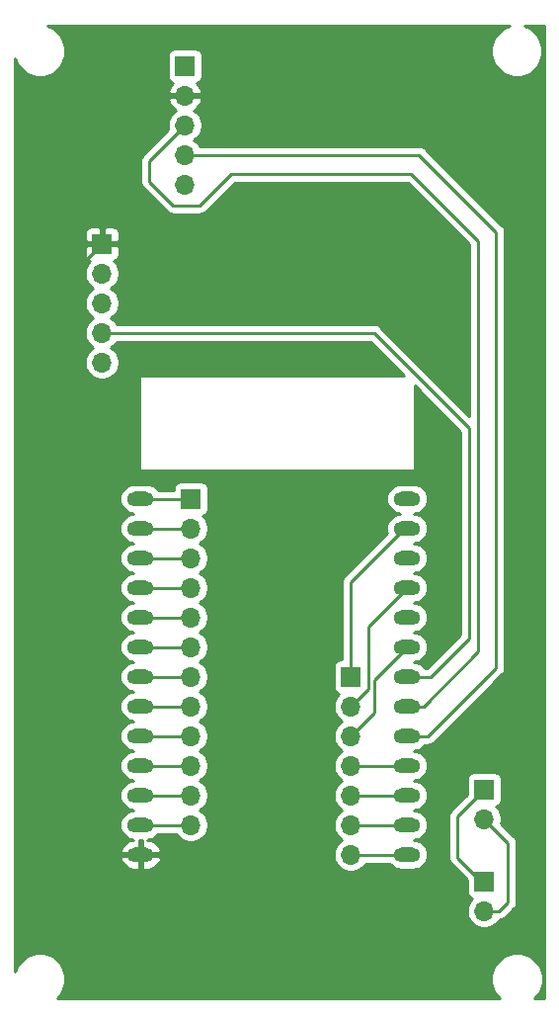
<source format=gbr>
%TF.GenerationSoftware,KiCad,Pcbnew,(5.1.6)-1*%
%TF.CreationDate,2021-04-30T10:44:39-04:00*%
%TF.ProjectId,Engine_Doctor_v0.1,456e6769-6e65-45f4-946f-63746f725f76,rev?*%
%TF.SameCoordinates,Original*%
%TF.FileFunction,Copper,L1,Top*%
%TF.FilePolarity,Positive*%
%FSLAX46Y46*%
G04 Gerber Fmt 4.6, Leading zero omitted, Abs format (unit mm)*
G04 Created by KiCad (PCBNEW (5.1.6)-1) date 2021-04-30 10:44:39*
%MOMM*%
%LPD*%
G01*
G04 APERTURE LIST*
%TA.AperFunction,ComponentPad*%
%ADD10O,1.700000X1.700000*%
%TD*%
%TA.AperFunction,ComponentPad*%
%ADD11R,1.700000X1.700000*%
%TD*%
%TA.AperFunction,ComponentPad*%
%ADD12O,2.286000X1.270000*%
%TD*%
%TA.AperFunction,Conductor*%
%ADD13C,0.250000*%
%TD*%
%TA.AperFunction,Conductor*%
%ADD14C,0.254000*%
%TD*%
G04 APERTURE END LIST*
D10*
%TO.P,J2,5*%
%TO.N,Net-(J2-Pad5)*%
X193294000Y-90424000D03*
%TO.P,J2,4*%
%TO.N,SDA*%
X193294000Y-87884000D03*
%TO.P,J2,3*%
%TO.N,SCL*%
X193294000Y-85344000D03*
%TO.P,J2,2*%
%TO.N,GND*%
X193294000Y-82804000D03*
D11*
%TO.P,J2,1*%
%TO.N,3v3*%
X193294000Y-80264000D03*
%TD*%
D12*
%TO.P,U1,7*%
%TO.N,S33*%
X189484000Y-132588000D03*
%TO.P,U1,20*%
%TO.N,CS*%
X212344000Y-132588000D03*
%TO.P,U1,6*%
%TO.N,S32*%
X189484000Y-130048000D03*
%TO.P,U1,5*%
%TO.N,S35*%
X189484000Y-127508000D03*
%TO.P,U1,4*%
%TO.N,S34*%
X189484000Y-124968000D03*
%TO.P,U1,3*%
%TO.N,SEN*%
X189484000Y-122428000D03*
%TO.P,U1,2*%
%TO.N,SVN*%
X189484000Y-119888000D03*
%TO.P,U1,1*%
%TO.N,SVP*%
X189484000Y-117348000D03*
%TO.P,U1,21*%
%TO.N,S5*%
X212344000Y-130048000D03*
%TO.P,U1,22*%
%TO.N,SCK*%
X212344000Y-127508000D03*
%TO.P,U1,23*%
%TO.N,S23*%
X212344000Y-124968000D03*
%TO.P,U1,24*%
%TO.N,SO*%
X212344000Y-122428000D03*
%TO.P,U1,25*%
%TO.N,S22*%
X212344000Y-119888000D03*
%TO.P,U1,26*%
%TO.N,3v3*%
X212344000Y-117348000D03*
%TO.P,U1,19*%
%TO.N,SCL*%
X212344000Y-135128000D03*
%TO.P,U1,18*%
%TO.N,SDA*%
X212344000Y-137668000D03*
%TO.P,U1,17*%
%TO.N,S0*%
X212344000Y-140208000D03*
%TO.P,U1,16*%
%TO.N,S2*%
X212344000Y-142748000D03*
%TO.P,U1,15*%
%TO.N,S15*%
X212344000Y-145288000D03*
%TO.P,U1,14*%
%TO.N,S13*%
X212344000Y-147828000D03*
%TO.P,U1,8*%
%TO.N,S25*%
X189484000Y-135128000D03*
%TO.P,U1,9*%
%TO.N,S26*%
X189484000Y-137668000D03*
%TO.P,U1,10*%
%TO.N,S27*%
X189484000Y-140208000D03*
%TO.P,U1,11*%
%TO.N,S14*%
X189484000Y-142748000D03*
%TO.P,U1,12*%
%TO.N,S12*%
X189484000Y-145288000D03*
%TO.P,U1,13*%
%TO.N,GND*%
X189484000Y-147828000D03*
%TD*%
D11*
%TO.P,J1,1*%
%TO.N,GND*%
X186182000Y-95504000D03*
D10*
%TO.P,J1,2*%
%TO.N,3v3*%
X186182000Y-98044000D03*
%TO.P,J1,3*%
%TO.N,SCK*%
X186182000Y-100584000D03*
%TO.P,J1,4*%
%TO.N,CS*%
X186182000Y-103124000D03*
%TO.P,J1,5*%
%TO.N,SO*%
X186182000Y-105664000D03*
%TD*%
%TO.P,J3,2*%
%TO.N,Net-(J3-Pad2)*%
X218948000Y-152654000D03*
D11*
%TO.P,J3,1*%
%TO.N,Net-(J3-Pad1)*%
X218948000Y-150114000D03*
%TD*%
%TO.P,SW1,1*%
%TO.N,Net-(J3-Pad1)*%
X218948000Y-142240000D03*
D10*
%TO.P,SW1,2*%
%TO.N,Net-(J3-Pad2)*%
X218948000Y-144780000D03*
%TD*%
D11*
%TO.P,J4,1*%
%TO.N,SVP*%
X193802000Y-117348000D03*
D10*
%TO.P,J4,2*%
%TO.N,SVN*%
X193802000Y-119888000D03*
%TO.P,J4,3*%
%TO.N,SEN*%
X193802000Y-122428000D03*
%TO.P,J4,4*%
%TO.N,S34*%
X193802000Y-124968000D03*
%TO.P,J4,5*%
%TO.N,S35*%
X193802000Y-127508000D03*
%TO.P,J4,6*%
%TO.N,S32*%
X193802000Y-130048000D03*
%TO.P,J4,7*%
%TO.N,S33*%
X193802000Y-132588000D03*
%TO.P,J4,8*%
%TO.N,S25*%
X193802000Y-135128000D03*
%TO.P,J4,9*%
%TO.N,S26*%
X193802000Y-137668000D03*
%TO.P,J4,10*%
%TO.N,S27*%
X193802000Y-140208000D03*
%TO.P,J4,11*%
%TO.N,S14*%
X193802000Y-142748000D03*
%TO.P,J4,12*%
%TO.N,S12*%
X193802000Y-145288000D03*
%TD*%
D11*
%TO.P,J5,1*%
%TO.N,S22*%
X207518000Y-132588000D03*
D10*
%TO.P,J5,2*%
%TO.N,S23*%
X207518000Y-135128000D03*
%TO.P,J5,3*%
%TO.N,S5*%
X207518000Y-137668000D03*
%TO.P,J5,4*%
%TO.N,S0*%
X207518000Y-140208000D03*
%TO.P,J5,5*%
%TO.N,S2*%
X207518000Y-142748000D03*
%TO.P,J5,6*%
%TO.N,S15*%
X207518000Y-145288000D03*
%TO.P,J5,7*%
%TO.N,S13*%
X207518000Y-147828000D03*
%TD*%
D13*
%TO.N,Net-(J3-Pad2)*%
X218948000Y-152654000D02*
X220218000Y-152654000D01*
X220218000Y-152654000D02*
X220980000Y-151892000D01*
X220980000Y-146812000D02*
X218948000Y-144780000D01*
X220980000Y-151892000D02*
X220980000Y-146812000D01*
%TO.N,Net-(J3-Pad1)*%
X218948000Y-150114000D02*
X218694000Y-150114000D01*
X218694000Y-150114000D02*
X216662000Y-148082000D01*
X216662000Y-144526000D02*
X218948000Y-142240000D01*
X216662000Y-148082000D02*
X216662000Y-144526000D01*
%TO.N,GND*%
X189484000Y-147828000D02*
X186944000Y-147828000D01*
X186944000Y-147828000D02*
X182118000Y-143002000D01*
X182118000Y-99568000D02*
X186182000Y-95504000D01*
X182118000Y-143002000D02*
X182118000Y-99568000D01*
X186182000Y-95504000D02*
X186182000Y-88392000D01*
X191770000Y-82804000D02*
X193294000Y-82804000D01*
X186182000Y-88392000D02*
X191770000Y-82804000D01*
%TO.N,CS*%
X214376000Y-132588000D02*
X217678000Y-129286000D01*
X217678000Y-129286000D02*
X217678000Y-111300364D01*
X212344000Y-132588000D02*
X214376000Y-132588000D01*
X209501636Y-103124000D02*
X186182000Y-103124000D01*
X217678000Y-111300364D02*
X209501636Y-103124000D01*
%TO.N,SCL*%
X218440000Y-112062364D02*
X218440000Y-112268000D01*
X218440000Y-112268000D02*
X218440000Y-130425000D01*
X213737000Y-135128000D02*
X212344000Y-135128000D01*
X218440000Y-130425000D02*
X213737000Y-135128000D01*
X192278000Y-92202000D02*
X190246000Y-90170000D01*
X218440000Y-95250000D02*
X212692999Y-89502999D01*
X212692999Y-89502999D02*
X197263001Y-89502999D01*
X190246000Y-90170000D02*
X190246000Y-88392000D01*
X218440000Y-112268000D02*
X218440000Y-95250000D01*
X190246000Y-88392000D02*
X193294000Y-85344000D01*
X197263001Y-89502999D02*
X194564000Y-92202000D01*
X194564000Y-92202000D02*
X192278000Y-92202000D01*
%TO.N,SDA*%
X193294000Y-87884000D02*
X213360000Y-87884000D01*
X213360000Y-87884000D02*
X219964000Y-94488000D01*
X212344000Y-137668000D02*
X214122000Y-137668000D01*
X214122000Y-137668000D02*
X219964000Y-131826000D01*
X219964000Y-94488000D02*
X219964000Y-130048000D01*
X219964000Y-131826000D02*
X219964000Y-130048000D01*
%TO.N,SVP*%
X193802000Y-117348000D02*
X189484000Y-117348000D01*
%TO.N,SVN*%
X193802000Y-119888000D02*
X189484000Y-119888000D01*
%TO.N,SEN*%
X193802000Y-122428000D02*
X189484000Y-122428000D01*
%TO.N,S34*%
X193802000Y-124968000D02*
X189484000Y-124968000D01*
%TO.N,S35*%
X193802000Y-127508000D02*
X189484000Y-127508000D01*
%TO.N,S32*%
X193802000Y-130048000D02*
X189484000Y-130048000D01*
%TO.N,S33*%
X193802000Y-132588000D02*
X189484000Y-132588000D01*
%TO.N,S25*%
X193802000Y-135128000D02*
X189484000Y-135128000D01*
%TO.N,S26*%
X193802000Y-137668000D02*
X189484000Y-137668000D01*
%TO.N,S27*%
X193802000Y-140208000D02*
X189484000Y-140208000D01*
%TO.N,S14*%
X193802000Y-142748000D02*
X189484000Y-142748000D01*
%TO.N,S12*%
X193802000Y-145288000D02*
X189484000Y-145288000D01*
%TO.N,S22*%
X212344000Y-119888000D02*
X212090000Y-119888000D01*
X207518000Y-124460000D02*
X207518000Y-132588000D01*
X212090000Y-119888000D02*
X207518000Y-124460000D01*
%TO.N,S23*%
X212344000Y-124968000D02*
X209042000Y-128270000D01*
X209042000Y-133604000D02*
X207518000Y-135128000D01*
X209042000Y-128270000D02*
X209042000Y-133604000D01*
%TO.N,S5*%
X212344000Y-130048000D02*
X209550000Y-132842000D01*
X209550000Y-135636000D02*
X207518000Y-137668000D01*
X209550000Y-132842000D02*
X209550000Y-135636000D01*
%TO.N,S0*%
X212344000Y-140208000D02*
X207518000Y-140208000D01*
%TO.N,S2*%
X212344000Y-142748000D02*
X207518000Y-142748000D01*
%TO.N,S15*%
X212344000Y-145288000D02*
X207518000Y-145288000D01*
%TO.N,S13*%
X212344000Y-147828000D02*
X207518000Y-147828000D01*
%TD*%
D14*
%TO.N,GND*%
G36*
X221096110Y-76864787D02*
G01*
X220693132Y-77031706D01*
X220330461Y-77274035D01*
X220022035Y-77582461D01*
X219779706Y-77945132D01*
X219612787Y-78348110D01*
X219527692Y-78775910D01*
X219527692Y-79212090D01*
X219612787Y-79639890D01*
X219779706Y-80042868D01*
X220022035Y-80405539D01*
X220330461Y-80713965D01*
X220693132Y-80956294D01*
X221096110Y-81123213D01*
X221523910Y-81208308D01*
X221960090Y-81208308D01*
X222387890Y-81123213D01*
X222790868Y-80956294D01*
X223153539Y-80713965D01*
X223461965Y-80405539D01*
X223704294Y-80042868D01*
X223871213Y-79639890D01*
X223956308Y-79212090D01*
X223956308Y-78775910D01*
X223871213Y-78348110D01*
X223704294Y-77945132D01*
X223461965Y-77582461D01*
X223153539Y-77274035D01*
X222790868Y-77031706D01*
X222387890Y-76864787D01*
X222363824Y-76860000D01*
X224130001Y-76860000D01*
X224130000Y-160122000D01*
X223268525Y-160122000D01*
X223482986Y-159907539D01*
X223725315Y-159544868D01*
X223892234Y-159141890D01*
X223977329Y-158714090D01*
X223977329Y-158277910D01*
X223892234Y-157850110D01*
X223725315Y-157447132D01*
X223482986Y-157084461D01*
X223174560Y-156776035D01*
X222811889Y-156533706D01*
X222408911Y-156366787D01*
X221981111Y-156281692D01*
X221544931Y-156281692D01*
X221117131Y-156366787D01*
X220714153Y-156533706D01*
X220351482Y-156776035D01*
X220043056Y-157084461D01*
X219800727Y-157447132D01*
X219633808Y-157850110D01*
X219548713Y-158277910D01*
X219548713Y-158714090D01*
X219633808Y-159141890D01*
X219800727Y-159544868D01*
X220043056Y-159907539D01*
X220257517Y-160122000D01*
X182353504Y-160122000D01*
X182567965Y-159907539D01*
X182810294Y-159544868D01*
X182977213Y-159141890D01*
X183062308Y-158714090D01*
X183062308Y-158277910D01*
X182977213Y-157850110D01*
X182810294Y-157447132D01*
X182567965Y-157084461D01*
X182259539Y-156776035D01*
X181896868Y-156533706D01*
X181493890Y-156366787D01*
X181066090Y-156281692D01*
X180629910Y-156281692D01*
X180202110Y-156366787D01*
X179799132Y-156533706D01*
X179436461Y-156776035D01*
X179128035Y-157084461D01*
X178885706Y-157447132D01*
X178718787Y-157850110D01*
X178714000Y-157874176D01*
X178714000Y-148151112D01*
X187747791Y-148151112D01*
X187754073Y-148196676D01*
X187849477Y-148427978D01*
X187988173Y-148636223D01*
X188164830Y-148813409D01*
X188372660Y-148952726D01*
X188603676Y-149048821D01*
X188849000Y-149098000D01*
X189357000Y-149098000D01*
X189357000Y-147955000D01*
X189611000Y-147955000D01*
X189611000Y-149098000D01*
X190119000Y-149098000D01*
X190364324Y-149048821D01*
X190595340Y-148952726D01*
X190803170Y-148813409D01*
X190979827Y-148636223D01*
X191118523Y-148427978D01*
X191213927Y-148196676D01*
X191220209Y-148151112D01*
X191095969Y-147955000D01*
X189611000Y-147955000D01*
X189357000Y-147955000D01*
X187872031Y-147955000D01*
X187747791Y-148151112D01*
X178714000Y-148151112D01*
X178714000Y-117348000D01*
X187699856Y-117348000D01*
X187724377Y-117596963D01*
X187796997Y-117836359D01*
X187914925Y-118056988D01*
X188073630Y-118250370D01*
X188267012Y-118409075D01*
X188487641Y-118527003D01*
X188727037Y-118599623D01*
X188913620Y-118618000D01*
X188727037Y-118636377D01*
X188487641Y-118708997D01*
X188267012Y-118826925D01*
X188073630Y-118985630D01*
X187914925Y-119179012D01*
X187796997Y-119399641D01*
X187724377Y-119639037D01*
X187699856Y-119888000D01*
X187724377Y-120136963D01*
X187796997Y-120376359D01*
X187914925Y-120596988D01*
X188073630Y-120790370D01*
X188267012Y-120949075D01*
X188487641Y-121067003D01*
X188727037Y-121139623D01*
X188913620Y-121158000D01*
X188727037Y-121176377D01*
X188487641Y-121248997D01*
X188267012Y-121366925D01*
X188073630Y-121525630D01*
X187914925Y-121719012D01*
X187796997Y-121939641D01*
X187724377Y-122179037D01*
X187699856Y-122428000D01*
X187724377Y-122676963D01*
X187796997Y-122916359D01*
X187914925Y-123136988D01*
X188073630Y-123330370D01*
X188267012Y-123489075D01*
X188487641Y-123607003D01*
X188727037Y-123679623D01*
X188913620Y-123698000D01*
X188727037Y-123716377D01*
X188487641Y-123788997D01*
X188267012Y-123906925D01*
X188073630Y-124065630D01*
X187914925Y-124259012D01*
X187796997Y-124479641D01*
X187724377Y-124719037D01*
X187699856Y-124968000D01*
X187724377Y-125216963D01*
X187796997Y-125456359D01*
X187914925Y-125676988D01*
X188073630Y-125870370D01*
X188267012Y-126029075D01*
X188487641Y-126147003D01*
X188727037Y-126219623D01*
X188913620Y-126238000D01*
X188727037Y-126256377D01*
X188487641Y-126328997D01*
X188267012Y-126446925D01*
X188073630Y-126605630D01*
X187914925Y-126799012D01*
X187796997Y-127019641D01*
X187724377Y-127259037D01*
X187699856Y-127508000D01*
X187724377Y-127756963D01*
X187796997Y-127996359D01*
X187914925Y-128216988D01*
X188073630Y-128410370D01*
X188267012Y-128569075D01*
X188487641Y-128687003D01*
X188727037Y-128759623D01*
X188913620Y-128778000D01*
X188727037Y-128796377D01*
X188487641Y-128868997D01*
X188267012Y-128986925D01*
X188073630Y-129145630D01*
X187914925Y-129339012D01*
X187796997Y-129559641D01*
X187724377Y-129799037D01*
X187699856Y-130048000D01*
X187724377Y-130296963D01*
X187796997Y-130536359D01*
X187914925Y-130756988D01*
X188073630Y-130950370D01*
X188267012Y-131109075D01*
X188487641Y-131227003D01*
X188727037Y-131299623D01*
X188913620Y-131318000D01*
X188727037Y-131336377D01*
X188487641Y-131408997D01*
X188267012Y-131526925D01*
X188073630Y-131685630D01*
X187914925Y-131879012D01*
X187796997Y-132099641D01*
X187724377Y-132339037D01*
X187699856Y-132588000D01*
X187724377Y-132836963D01*
X187796997Y-133076359D01*
X187914925Y-133296988D01*
X188073630Y-133490370D01*
X188267012Y-133649075D01*
X188487641Y-133767003D01*
X188727037Y-133839623D01*
X188913620Y-133858000D01*
X188727037Y-133876377D01*
X188487641Y-133948997D01*
X188267012Y-134066925D01*
X188073630Y-134225630D01*
X187914925Y-134419012D01*
X187796997Y-134639641D01*
X187724377Y-134879037D01*
X187699856Y-135128000D01*
X187724377Y-135376963D01*
X187796997Y-135616359D01*
X187914925Y-135836988D01*
X188073630Y-136030370D01*
X188267012Y-136189075D01*
X188487641Y-136307003D01*
X188727037Y-136379623D01*
X188913620Y-136398000D01*
X188727037Y-136416377D01*
X188487641Y-136488997D01*
X188267012Y-136606925D01*
X188073630Y-136765630D01*
X187914925Y-136959012D01*
X187796997Y-137179641D01*
X187724377Y-137419037D01*
X187699856Y-137668000D01*
X187724377Y-137916963D01*
X187796997Y-138156359D01*
X187914925Y-138376988D01*
X188073630Y-138570370D01*
X188267012Y-138729075D01*
X188487641Y-138847003D01*
X188727037Y-138919623D01*
X188913620Y-138938000D01*
X188727037Y-138956377D01*
X188487641Y-139028997D01*
X188267012Y-139146925D01*
X188073630Y-139305630D01*
X187914925Y-139499012D01*
X187796997Y-139719641D01*
X187724377Y-139959037D01*
X187699856Y-140208000D01*
X187724377Y-140456963D01*
X187796997Y-140696359D01*
X187914925Y-140916988D01*
X188073630Y-141110370D01*
X188267012Y-141269075D01*
X188487641Y-141387003D01*
X188727037Y-141459623D01*
X188913620Y-141478000D01*
X188727037Y-141496377D01*
X188487641Y-141568997D01*
X188267012Y-141686925D01*
X188073630Y-141845630D01*
X187914925Y-142039012D01*
X187796997Y-142259641D01*
X187724377Y-142499037D01*
X187699856Y-142748000D01*
X187724377Y-142996963D01*
X187796997Y-143236359D01*
X187914925Y-143456988D01*
X188073630Y-143650370D01*
X188267012Y-143809075D01*
X188487641Y-143927003D01*
X188727037Y-143999623D01*
X188913620Y-144018000D01*
X188727037Y-144036377D01*
X188487641Y-144108997D01*
X188267012Y-144226925D01*
X188073630Y-144385630D01*
X187914925Y-144579012D01*
X187796997Y-144799641D01*
X187724377Y-145039037D01*
X187699856Y-145288000D01*
X187724377Y-145536963D01*
X187796997Y-145776359D01*
X187914925Y-145996988D01*
X188073630Y-146190370D01*
X188267012Y-146349075D01*
X188487641Y-146467003D01*
X188727037Y-146539623D01*
X188913620Y-146558000D01*
X188849000Y-146558000D01*
X188603676Y-146607179D01*
X188372660Y-146703274D01*
X188164830Y-146842591D01*
X187988173Y-147019777D01*
X187849477Y-147228022D01*
X187754073Y-147459324D01*
X187747791Y-147504888D01*
X187872031Y-147701000D01*
X189357000Y-147701000D01*
X189357000Y-146558000D01*
X189611000Y-146558000D01*
X189611000Y-147701000D01*
X191095969Y-147701000D01*
X191220209Y-147504888D01*
X191213927Y-147459324D01*
X191118523Y-147228022D01*
X190979827Y-147019777D01*
X190803170Y-146842591D01*
X190595340Y-146703274D01*
X190364324Y-146607179D01*
X190119000Y-146558000D01*
X190054380Y-146558000D01*
X190240963Y-146539623D01*
X190480359Y-146467003D01*
X190700988Y-146349075D01*
X190894370Y-146190370D01*
X191011210Y-146048000D01*
X192523822Y-146048000D01*
X192648525Y-146234632D01*
X192855368Y-146441475D01*
X193098589Y-146603990D01*
X193368842Y-146715932D01*
X193655740Y-146773000D01*
X193948260Y-146773000D01*
X194235158Y-146715932D01*
X194505411Y-146603990D01*
X194748632Y-146441475D01*
X194955475Y-146234632D01*
X195117990Y-145991411D01*
X195229932Y-145721158D01*
X195287000Y-145434260D01*
X195287000Y-145141740D01*
X195229932Y-144854842D01*
X195117990Y-144584589D01*
X194955475Y-144341368D01*
X194748632Y-144134525D01*
X194574240Y-144018000D01*
X194748632Y-143901475D01*
X194955475Y-143694632D01*
X195117990Y-143451411D01*
X195229932Y-143181158D01*
X195287000Y-142894260D01*
X195287000Y-142601740D01*
X195229932Y-142314842D01*
X195117990Y-142044589D01*
X194955475Y-141801368D01*
X194748632Y-141594525D01*
X194574240Y-141478000D01*
X194748632Y-141361475D01*
X194955475Y-141154632D01*
X195117990Y-140911411D01*
X195229932Y-140641158D01*
X195287000Y-140354260D01*
X195287000Y-140061740D01*
X195229932Y-139774842D01*
X195117990Y-139504589D01*
X194955475Y-139261368D01*
X194748632Y-139054525D01*
X194574240Y-138938000D01*
X194748632Y-138821475D01*
X194955475Y-138614632D01*
X195117990Y-138371411D01*
X195229932Y-138101158D01*
X195287000Y-137814260D01*
X195287000Y-137521740D01*
X195229932Y-137234842D01*
X195117990Y-136964589D01*
X194955475Y-136721368D01*
X194748632Y-136514525D01*
X194574240Y-136398000D01*
X194748632Y-136281475D01*
X194955475Y-136074632D01*
X195117990Y-135831411D01*
X195229932Y-135561158D01*
X195287000Y-135274260D01*
X195287000Y-134981740D01*
X195229932Y-134694842D01*
X195117990Y-134424589D01*
X194955475Y-134181368D01*
X194748632Y-133974525D01*
X194574240Y-133858000D01*
X194748632Y-133741475D01*
X194955475Y-133534632D01*
X195117990Y-133291411D01*
X195229932Y-133021158D01*
X195287000Y-132734260D01*
X195287000Y-132441740D01*
X195229932Y-132154842D01*
X195117990Y-131884589D01*
X194955475Y-131641368D01*
X194748632Y-131434525D01*
X194574240Y-131318000D01*
X194748632Y-131201475D01*
X194955475Y-130994632D01*
X195117990Y-130751411D01*
X195229932Y-130481158D01*
X195287000Y-130194260D01*
X195287000Y-129901740D01*
X195229932Y-129614842D01*
X195117990Y-129344589D01*
X194955475Y-129101368D01*
X194748632Y-128894525D01*
X194574240Y-128778000D01*
X194748632Y-128661475D01*
X194955475Y-128454632D01*
X195117990Y-128211411D01*
X195229932Y-127941158D01*
X195287000Y-127654260D01*
X195287000Y-127361740D01*
X195229932Y-127074842D01*
X195117990Y-126804589D01*
X194955475Y-126561368D01*
X194748632Y-126354525D01*
X194574240Y-126238000D01*
X194748632Y-126121475D01*
X194955475Y-125914632D01*
X195117990Y-125671411D01*
X195229932Y-125401158D01*
X195287000Y-125114260D01*
X195287000Y-124821740D01*
X195229932Y-124534842D01*
X195117990Y-124264589D01*
X194955475Y-124021368D01*
X194748632Y-123814525D01*
X194574240Y-123698000D01*
X194748632Y-123581475D01*
X194955475Y-123374632D01*
X195117990Y-123131411D01*
X195229932Y-122861158D01*
X195287000Y-122574260D01*
X195287000Y-122281740D01*
X195229932Y-121994842D01*
X195117990Y-121724589D01*
X194955475Y-121481368D01*
X194748632Y-121274525D01*
X194574240Y-121158000D01*
X194748632Y-121041475D01*
X194955475Y-120834632D01*
X195117990Y-120591411D01*
X195229932Y-120321158D01*
X195287000Y-120034260D01*
X195287000Y-119741740D01*
X195229932Y-119454842D01*
X195117990Y-119184589D01*
X194955475Y-118941368D01*
X194823620Y-118809513D01*
X194896180Y-118787502D01*
X195006494Y-118728537D01*
X195103185Y-118649185D01*
X195182537Y-118552494D01*
X195241502Y-118442180D01*
X195277812Y-118322482D01*
X195290072Y-118198000D01*
X195290072Y-116498000D01*
X195277812Y-116373518D01*
X195241502Y-116253820D01*
X195182537Y-116143506D01*
X195103185Y-116046815D01*
X195006494Y-115967463D01*
X194896180Y-115908498D01*
X194776482Y-115872188D01*
X194652000Y-115859928D01*
X192952000Y-115859928D01*
X192827518Y-115872188D01*
X192707820Y-115908498D01*
X192597506Y-115967463D01*
X192500815Y-116046815D01*
X192421463Y-116143506D01*
X192362498Y-116253820D01*
X192326188Y-116373518D01*
X192313928Y-116498000D01*
X192313928Y-116588000D01*
X191011210Y-116588000D01*
X190894370Y-116445630D01*
X190700988Y-116286925D01*
X190480359Y-116168997D01*
X190240963Y-116096377D01*
X190054380Y-116078000D01*
X188913620Y-116078000D01*
X188727037Y-116096377D01*
X188487641Y-116168997D01*
X188267012Y-116286925D01*
X188073630Y-116445630D01*
X187914925Y-116639012D01*
X187796997Y-116859641D01*
X187724377Y-117099037D01*
X187699856Y-117348000D01*
X178714000Y-117348000D01*
X178714000Y-96354000D01*
X184693928Y-96354000D01*
X184706188Y-96478482D01*
X184742498Y-96598180D01*
X184801463Y-96708494D01*
X184880815Y-96805185D01*
X184977506Y-96884537D01*
X185087820Y-96943502D01*
X185160380Y-96965513D01*
X185028525Y-97097368D01*
X184866010Y-97340589D01*
X184754068Y-97610842D01*
X184697000Y-97897740D01*
X184697000Y-98190260D01*
X184754068Y-98477158D01*
X184866010Y-98747411D01*
X185028525Y-98990632D01*
X185235368Y-99197475D01*
X185409760Y-99314000D01*
X185235368Y-99430525D01*
X185028525Y-99637368D01*
X184866010Y-99880589D01*
X184754068Y-100150842D01*
X184697000Y-100437740D01*
X184697000Y-100730260D01*
X184754068Y-101017158D01*
X184866010Y-101287411D01*
X185028525Y-101530632D01*
X185235368Y-101737475D01*
X185409760Y-101854000D01*
X185235368Y-101970525D01*
X185028525Y-102177368D01*
X184866010Y-102420589D01*
X184754068Y-102690842D01*
X184697000Y-102977740D01*
X184697000Y-103270260D01*
X184754068Y-103557158D01*
X184866010Y-103827411D01*
X185028525Y-104070632D01*
X185235368Y-104277475D01*
X185409760Y-104394000D01*
X185235368Y-104510525D01*
X185028525Y-104717368D01*
X184866010Y-104960589D01*
X184754068Y-105230842D01*
X184697000Y-105517740D01*
X184697000Y-105810260D01*
X184754068Y-106097158D01*
X184866010Y-106367411D01*
X185028525Y-106610632D01*
X185235368Y-106817475D01*
X185478589Y-106979990D01*
X185748842Y-107091932D01*
X186035740Y-107149000D01*
X186328260Y-107149000D01*
X186615158Y-107091932D01*
X186885411Y-106979990D01*
X187128632Y-106817475D01*
X187335475Y-106610632D01*
X187497990Y-106367411D01*
X187609932Y-106097158D01*
X187667000Y-105810260D01*
X187667000Y-105517740D01*
X187609932Y-105230842D01*
X187497990Y-104960589D01*
X187335475Y-104717368D01*
X187128632Y-104510525D01*
X186954240Y-104394000D01*
X187128632Y-104277475D01*
X187335475Y-104070632D01*
X187460178Y-103884000D01*
X209186835Y-103884000D01*
X212109835Y-106807000D01*
X189484000Y-106807000D01*
X189459224Y-106809440D01*
X189435399Y-106816667D01*
X189413443Y-106828403D01*
X189394197Y-106844197D01*
X189378403Y-106863443D01*
X189366667Y-106885399D01*
X189359440Y-106909224D01*
X189357000Y-106934000D01*
X189357000Y-114808000D01*
X189359440Y-114832776D01*
X189366667Y-114856601D01*
X189378403Y-114878557D01*
X189394197Y-114897803D01*
X189413443Y-114913597D01*
X189435399Y-114925333D01*
X189459224Y-114932560D01*
X189484000Y-114935000D01*
X212852000Y-114935000D01*
X212876776Y-114932560D01*
X212900601Y-114925333D01*
X212922557Y-114913597D01*
X212941803Y-114897803D01*
X212957597Y-114878557D01*
X212969333Y-114856601D01*
X212976560Y-114832776D01*
X212979000Y-114808000D01*
X212979000Y-107676165D01*
X216918001Y-111615167D01*
X216918000Y-128971198D01*
X214061199Y-131828000D01*
X213871210Y-131828000D01*
X213754370Y-131685630D01*
X213560988Y-131526925D01*
X213340359Y-131408997D01*
X213100963Y-131336377D01*
X212914380Y-131318000D01*
X213100963Y-131299623D01*
X213340359Y-131227003D01*
X213560988Y-131109075D01*
X213754370Y-130950370D01*
X213913075Y-130756988D01*
X214031003Y-130536359D01*
X214103623Y-130296963D01*
X214128144Y-130048000D01*
X214103623Y-129799037D01*
X214031003Y-129559641D01*
X213913075Y-129339012D01*
X213754370Y-129145630D01*
X213560988Y-128986925D01*
X213340359Y-128868997D01*
X213100963Y-128796377D01*
X212914380Y-128778000D01*
X213100963Y-128759623D01*
X213340359Y-128687003D01*
X213560988Y-128569075D01*
X213754370Y-128410370D01*
X213913075Y-128216988D01*
X214031003Y-127996359D01*
X214103623Y-127756963D01*
X214128144Y-127508000D01*
X214103623Y-127259037D01*
X214031003Y-127019641D01*
X213913075Y-126799012D01*
X213754370Y-126605630D01*
X213560988Y-126446925D01*
X213340359Y-126328997D01*
X213100963Y-126256377D01*
X212914380Y-126238000D01*
X213100963Y-126219623D01*
X213340359Y-126147003D01*
X213560988Y-126029075D01*
X213754370Y-125870370D01*
X213913075Y-125676988D01*
X214031003Y-125456359D01*
X214103623Y-125216963D01*
X214128144Y-124968000D01*
X214103623Y-124719037D01*
X214031003Y-124479641D01*
X213913075Y-124259012D01*
X213754370Y-124065630D01*
X213560988Y-123906925D01*
X213340359Y-123788997D01*
X213100963Y-123716377D01*
X212914380Y-123698000D01*
X213100963Y-123679623D01*
X213340359Y-123607003D01*
X213560988Y-123489075D01*
X213754370Y-123330370D01*
X213913075Y-123136988D01*
X214031003Y-122916359D01*
X214103623Y-122676963D01*
X214128144Y-122428000D01*
X214103623Y-122179037D01*
X214031003Y-121939641D01*
X213913075Y-121719012D01*
X213754370Y-121525630D01*
X213560988Y-121366925D01*
X213340359Y-121248997D01*
X213100963Y-121176377D01*
X212914380Y-121158000D01*
X213100963Y-121139623D01*
X213340359Y-121067003D01*
X213560988Y-120949075D01*
X213754370Y-120790370D01*
X213913075Y-120596988D01*
X214031003Y-120376359D01*
X214103623Y-120136963D01*
X214128144Y-119888000D01*
X214103623Y-119639037D01*
X214031003Y-119399641D01*
X213913075Y-119179012D01*
X213754370Y-118985630D01*
X213560988Y-118826925D01*
X213340359Y-118708997D01*
X213100963Y-118636377D01*
X212914380Y-118618000D01*
X213100963Y-118599623D01*
X213340359Y-118527003D01*
X213560988Y-118409075D01*
X213754370Y-118250370D01*
X213913075Y-118056988D01*
X214031003Y-117836359D01*
X214103623Y-117596963D01*
X214128144Y-117348000D01*
X214103623Y-117099037D01*
X214031003Y-116859641D01*
X213913075Y-116639012D01*
X213754370Y-116445630D01*
X213560988Y-116286925D01*
X213340359Y-116168997D01*
X213100963Y-116096377D01*
X212914380Y-116078000D01*
X211773620Y-116078000D01*
X211587037Y-116096377D01*
X211347641Y-116168997D01*
X211127012Y-116286925D01*
X210933630Y-116445630D01*
X210774925Y-116639012D01*
X210656997Y-116859641D01*
X210584377Y-117099037D01*
X210559856Y-117348000D01*
X210584377Y-117596963D01*
X210656997Y-117836359D01*
X210774925Y-118056988D01*
X210933630Y-118250370D01*
X211127012Y-118409075D01*
X211347641Y-118527003D01*
X211587037Y-118599623D01*
X211773620Y-118618000D01*
X211587037Y-118636377D01*
X211347641Y-118708997D01*
X211127012Y-118826925D01*
X210933630Y-118985630D01*
X210774925Y-119179012D01*
X210656997Y-119399641D01*
X210584377Y-119639037D01*
X210559856Y-119888000D01*
X210584377Y-120136963D01*
X210626703Y-120276494D01*
X207007003Y-123896196D01*
X206977999Y-123919999D01*
X206922871Y-123987174D01*
X206883026Y-124035724D01*
X206867041Y-124065630D01*
X206812454Y-124167754D01*
X206768997Y-124311015D01*
X206758000Y-124422668D01*
X206758000Y-124422678D01*
X206754324Y-124460000D01*
X206758000Y-124497322D01*
X206758001Y-131099928D01*
X206668000Y-131099928D01*
X206543518Y-131112188D01*
X206423820Y-131148498D01*
X206313506Y-131207463D01*
X206216815Y-131286815D01*
X206137463Y-131383506D01*
X206078498Y-131493820D01*
X206042188Y-131613518D01*
X206029928Y-131738000D01*
X206029928Y-133438000D01*
X206042188Y-133562482D01*
X206078498Y-133682180D01*
X206137463Y-133792494D01*
X206216815Y-133889185D01*
X206313506Y-133968537D01*
X206423820Y-134027502D01*
X206496380Y-134049513D01*
X206364525Y-134181368D01*
X206202010Y-134424589D01*
X206090068Y-134694842D01*
X206033000Y-134981740D01*
X206033000Y-135274260D01*
X206090068Y-135561158D01*
X206202010Y-135831411D01*
X206364525Y-136074632D01*
X206571368Y-136281475D01*
X206745760Y-136398000D01*
X206571368Y-136514525D01*
X206364525Y-136721368D01*
X206202010Y-136964589D01*
X206090068Y-137234842D01*
X206033000Y-137521740D01*
X206033000Y-137814260D01*
X206090068Y-138101158D01*
X206202010Y-138371411D01*
X206364525Y-138614632D01*
X206571368Y-138821475D01*
X206745760Y-138938000D01*
X206571368Y-139054525D01*
X206364525Y-139261368D01*
X206202010Y-139504589D01*
X206090068Y-139774842D01*
X206033000Y-140061740D01*
X206033000Y-140354260D01*
X206090068Y-140641158D01*
X206202010Y-140911411D01*
X206364525Y-141154632D01*
X206571368Y-141361475D01*
X206745760Y-141478000D01*
X206571368Y-141594525D01*
X206364525Y-141801368D01*
X206202010Y-142044589D01*
X206090068Y-142314842D01*
X206033000Y-142601740D01*
X206033000Y-142894260D01*
X206090068Y-143181158D01*
X206202010Y-143451411D01*
X206364525Y-143694632D01*
X206571368Y-143901475D01*
X206745760Y-144018000D01*
X206571368Y-144134525D01*
X206364525Y-144341368D01*
X206202010Y-144584589D01*
X206090068Y-144854842D01*
X206033000Y-145141740D01*
X206033000Y-145434260D01*
X206090068Y-145721158D01*
X206202010Y-145991411D01*
X206364525Y-146234632D01*
X206571368Y-146441475D01*
X206745760Y-146558000D01*
X206571368Y-146674525D01*
X206364525Y-146881368D01*
X206202010Y-147124589D01*
X206090068Y-147394842D01*
X206033000Y-147681740D01*
X206033000Y-147974260D01*
X206090068Y-148261158D01*
X206202010Y-148531411D01*
X206364525Y-148774632D01*
X206571368Y-148981475D01*
X206814589Y-149143990D01*
X207084842Y-149255932D01*
X207371740Y-149313000D01*
X207664260Y-149313000D01*
X207951158Y-149255932D01*
X208221411Y-149143990D01*
X208464632Y-148981475D01*
X208671475Y-148774632D01*
X208796178Y-148588000D01*
X210816790Y-148588000D01*
X210933630Y-148730370D01*
X211127012Y-148889075D01*
X211347641Y-149007003D01*
X211587037Y-149079623D01*
X211773620Y-149098000D01*
X212914380Y-149098000D01*
X213100963Y-149079623D01*
X213340359Y-149007003D01*
X213560988Y-148889075D01*
X213754370Y-148730370D01*
X213913075Y-148536988D01*
X214031003Y-148316359D01*
X214103623Y-148076963D01*
X214128144Y-147828000D01*
X214103623Y-147579037D01*
X214031003Y-147339641D01*
X213913075Y-147119012D01*
X213754370Y-146925630D01*
X213560988Y-146766925D01*
X213340359Y-146648997D01*
X213100963Y-146576377D01*
X212914380Y-146558000D01*
X213100963Y-146539623D01*
X213340359Y-146467003D01*
X213560988Y-146349075D01*
X213754370Y-146190370D01*
X213913075Y-145996988D01*
X214031003Y-145776359D01*
X214103623Y-145536963D01*
X214128144Y-145288000D01*
X214103623Y-145039037D01*
X214031003Y-144799641D01*
X213913075Y-144579012D01*
X213869570Y-144526000D01*
X215898324Y-144526000D01*
X215902001Y-144563332D01*
X215902000Y-148044677D01*
X215898324Y-148082000D01*
X215902000Y-148119322D01*
X215902000Y-148119332D01*
X215912997Y-148230985D01*
X215954560Y-148368001D01*
X215956454Y-148374246D01*
X216027026Y-148506276D01*
X216052231Y-148536988D01*
X216121999Y-148622001D01*
X216151003Y-148645804D01*
X217459928Y-149954730D01*
X217459928Y-150964000D01*
X217472188Y-151088482D01*
X217508498Y-151208180D01*
X217567463Y-151318494D01*
X217646815Y-151415185D01*
X217743506Y-151494537D01*
X217853820Y-151553502D01*
X217926380Y-151575513D01*
X217794525Y-151707368D01*
X217632010Y-151950589D01*
X217520068Y-152220842D01*
X217463000Y-152507740D01*
X217463000Y-152800260D01*
X217520068Y-153087158D01*
X217632010Y-153357411D01*
X217794525Y-153600632D01*
X218001368Y-153807475D01*
X218244589Y-153969990D01*
X218514842Y-154081932D01*
X218801740Y-154139000D01*
X219094260Y-154139000D01*
X219381158Y-154081932D01*
X219651411Y-153969990D01*
X219894632Y-153807475D01*
X220101475Y-153600632D01*
X220224125Y-153417073D01*
X220255322Y-153414000D01*
X220255333Y-153414000D01*
X220366986Y-153403003D01*
X220510247Y-153359546D01*
X220642276Y-153288974D01*
X220758001Y-153194001D01*
X220781803Y-153164998D01*
X221491004Y-152455798D01*
X221520001Y-152432001D01*
X221614974Y-152316276D01*
X221685546Y-152184247D01*
X221729003Y-152040986D01*
X221740000Y-151929333D01*
X221740000Y-151929325D01*
X221743676Y-151892000D01*
X221740000Y-151854675D01*
X221740000Y-146849323D01*
X221743676Y-146812000D01*
X221740000Y-146774677D01*
X221740000Y-146774667D01*
X221729003Y-146663014D01*
X221685546Y-146519753D01*
X221643705Y-146441475D01*
X221614974Y-146387723D01*
X221543799Y-146300997D01*
X221520001Y-146271999D01*
X221491003Y-146248201D01*
X220389209Y-145146408D01*
X220433000Y-144926260D01*
X220433000Y-144633740D01*
X220375932Y-144346842D01*
X220263990Y-144076589D01*
X220101475Y-143833368D01*
X219969620Y-143701513D01*
X220042180Y-143679502D01*
X220152494Y-143620537D01*
X220249185Y-143541185D01*
X220328537Y-143444494D01*
X220387502Y-143334180D01*
X220423812Y-143214482D01*
X220436072Y-143090000D01*
X220436072Y-141390000D01*
X220423812Y-141265518D01*
X220387502Y-141145820D01*
X220328537Y-141035506D01*
X220249185Y-140938815D01*
X220152494Y-140859463D01*
X220042180Y-140800498D01*
X219922482Y-140764188D01*
X219798000Y-140751928D01*
X218098000Y-140751928D01*
X217973518Y-140764188D01*
X217853820Y-140800498D01*
X217743506Y-140859463D01*
X217646815Y-140938815D01*
X217567463Y-141035506D01*
X217508498Y-141145820D01*
X217472188Y-141265518D01*
X217459928Y-141390000D01*
X217459928Y-142653270D01*
X216150998Y-143962201D01*
X216122000Y-143985999D01*
X216098202Y-144014997D01*
X216098201Y-144014998D01*
X216027026Y-144101724D01*
X215956454Y-144233754D01*
X215954560Y-144239999D01*
X215922151Y-144346842D01*
X215912998Y-144377015D01*
X215898324Y-144526000D01*
X213869570Y-144526000D01*
X213754370Y-144385630D01*
X213560988Y-144226925D01*
X213340359Y-144108997D01*
X213100963Y-144036377D01*
X212914380Y-144018000D01*
X213100963Y-143999623D01*
X213340359Y-143927003D01*
X213560988Y-143809075D01*
X213754370Y-143650370D01*
X213913075Y-143456988D01*
X214031003Y-143236359D01*
X214103623Y-142996963D01*
X214128144Y-142748000D01*
X214103623Y-142499037D01*
X214031003Y-142259641D01*
X213913075Y-142039012D01*
X213754370Y-141845630D01*
X213560988Y-141686925D01*
X213340359Y-141568997D01*
X213100963Y-141496377D01*
X212914380Y-141478000D01*
X213100963Y-141459623D01*
X213340359Y-141387003D01*
X213560988Y-141269075D01*
X213754370Y-141110370D01*
X213913075Y-140916988D01*
X214031003Y-140696359D01*
X214103623Y-140456963D01*
X214128144Y-140208000D01*
X214103623Y-139959037D01*
X214031003Y-139719641D01*
X213913075Y-139499012D01*
X213754370Y-139305630D01*
X213560988Y-139146925D01*
X213340359Y-139028997D01*
X213100963Y-138956377D01*
X212914380Y-138938000D01*
X213100963Y-138919623D01*
X213340359Y-138847003D01*
X213560988Y-138729075D01*
X213754370Y-138570370D01*
X213871210Y-138428000D01*
X214084678Y-138428000D01*
X214122000Y-138431676D01*
X214159322Y-138428000D01*
X214159333Y-138428000D01*
X214270986Y-138417003D01*
X214414247Y-138373546D01*
X214546276Y-138302974D01*
X214662001Y-138208001D01*
X214685804Y-138178997D01*
X220475004Y-132389798D01*
X220504001Y-132366001D01*
X220598974Y-132250276D01*
X220669546Y-132118247D01*
X220713003Y-131974986D01*
X220724000Y-131863333D01*
X220724000Y-131863325D01*
X220727676Y-131826000D01*
X220724000Y-131788675D01*
X220724000Y-94525322D01*
X220727676Y-94487999D01*
X220724000Y-94450676D01*
X220724000Y-94450667D01*
X220713003Y-94339014D01*
X220669546Y-94195753D01*
X220598974Y-94063724D01*
X220504001Y-93947999D01*
X220475004Y-93924202D01*
X213923804Y-87373003D01*
X213900001Y-87343999D01*
X213784276Y-87249026D01*
X213652247Y-87178454D01*
X213508986Y-87134997D01*
X213397333Y-87124000D01*
X213397322Y-87124000D01*
X213360000Y-87120324D01*
X213322678Y-87124000D01*
X194572178Y-87124000D01*
X194447475Y-86937368D01*
X194240632Y-86730525D01*
X194066240Y-86614000D01*
X194240632Y-86497475D01*
X194447475Y-86290632D01*
X194609990Y-86047411D01*
X194721932Y-85777158D01*
X194779000Y-85490260D01*
X194779000Y-85197740D01*
X194721932Y-84910842D01*
X194609990Y-84640589D01*
X194447475Y-84397368D01*
X194240632Y-84190525D01*
X194058466Y-84068805D01*
X194175355Y-83999178D01*
X194391588Y-83804269D01*
X194565641Y-83570920D01*
X194690825Y-83308099D01*
X194735476Y-83160890D01*
X194614155Y-82931000D01*
X193421000Y-82931000D01*
X193421000Y-82951000D01*
X193167000Y-82951000D01*
X193167000Y-82931000D01*
X191973845Y-82931000D01*
X191852524Y-83160890D01*
X191897175Y-83308099D01*
X192022359Y-83570920D01*
X192196412Y-83804269D01*
X192412645Y-83999178D01*
X192529534Y-84068805D01*
X192347368Y-84190525D01*
X192140525Y-84397368D01*
X191978010Y-84640589D01*
X191866068Y-84910842D01*
X191809000Y-85197740D01*
X191809000Y-85490260D01*
X191852790Y-85710408D01*
X189734998Y-87828201D01*
X189706000Y-87851999D01*
X189682202Y-87880997D01*
X189682201Y-87880998D01*
X189611026Y-87967724D01*
X189540454Y-88099754D01*
X189496998Y-88243015D01*
X189482324Y-88392000D01*
X189486001Y-88429332D01*
X189486000Y-90132677D01*
X189482324Y-90170000D01*
X189486000Y-90207322D01*
X189486000Y-90207332D01*
X189496997Y-90318985D01*
X189540454Y-90462246D01*
X189611026Y-90594276D01*
X189650871Y-90642826D01*
X189705999Y-90710001D01*
X189735003Y-90733804D01*
X191714201Y-92713003D01*
X191737999Y-92742001D01*
X191766997Y-92765799D01*
X191853723Y-92836974D01*
X191985753Y-92907546D01*
X192129014Y-92951003D01*
X192240667Y-92962000D01*
X192240677Y-92962000D01*
X192278000Y-92965676D01*
X192315323Y-92962000D01*
X194526678Y-92962000D01*
X194564000Y-92965676D01*
X194601322Y-92962000D01*
X194601333Y-92962000D01*
X194712986Y-92951003D01*
X194856247Y-92907546D01*
X194988276Y-92836974D01*
X195104001Y-92742001D01*
X195127804Y-92712997D01*
X197577803Y-90262999D01*
X212378198Y-90262999D01*
X217680001Y-95564803D01*
X217680000Y-110227562D01*
X210065440Y-102613003D01*
X210041637Y-102583999D01*
X209925912Y-102489026D01*
X209793883Y-102418454D01*
X209650622Y-102374997D01*
X209538969Y-102364000D01*
X209538958Y-102364000D01*
X209501636Y-102360324D01*
X209464314Y-102364000D01*
X187460178Y-102364000D01*
X187335475Y-102177368D01*
X187128632Y-101970525D01*
X186954240Y-101854000D01*
X187128632Y-101737475D01*
X187335475Y-101530632D01*
X187497990Y-101287411D01*
X187609932Y-101017158D01*
X187667000Y-100730260D01*
X187667000Y-100437740D01*
X187609932Y-100150842D01*
X187497990Y-99880589D01*
X187335475Y-99637368D01*
X187128632Y-99430525D01*
X186954240Y-99314000D01*
X187128632Y-99197475D01*
X187335475Y-98990632D01*
X187497990Y-98747411D01*
X187609932Y-98477158D01*
X187667000Y-98190260D01*
X187667000Y-97897740D01*
X187609932Y-97610842D01*
X187497990Y-97340589D01*
X187335475Y-97097368D01*
X187203620Y-96965513D01*
X187276180Y-96943502D01*
X187386494Y-96884537D01*
X187483185Y-96805185D01*
X187562537Y-96708494D01*
X187621502Y-96598180D01*
X187657812Y-96478482D01*
X187670072Y-96354000D01*
X187667000Y-95789750D01*
X187508250Y-95631000D01*
X186309000Y-95631000D01*
X186309000Y-95651000D01*
X186055000Y-95651000D01*
X186055000Y-95631000D01*
X184855750Y-95631000D01*
X184697000Y-95789750D01*
X184693928Y-96354000D01*
X178714000Y-96354000D01*
X178714000Y-94654000D01*
X184693928Y-94654000D01*
X184697000Y-95218250D01*
X184855750Y-95377000D01*
X186055000Y-95377000D01*
X186055000Y-94177750D01*
X186309000Y-94177750D01*
X186309000Y-95377000D01*
X187508250Y-95377000D01*
X187667000Y-95218250D01*
X187670072Y-94654000D01*
X187657812Y-94529518D01*
X187621502Y-94409820D01*
X187562537Y-94299506D01*
X187483185Y-94202815D01*
X187386494Y-94123463D01*
X187276180Y-94064498D01*
X187156482Y-94028188D01*
X187032000Y-94015928D01*
X186467750Y-94019000D01*
X186309000Y-94177750D01*
X186055000Y-94177750D01*
X185896250Y-94019000D01*
X185332000Y-94015928D01*
X185207518Y-94028188D01*
X185087820Y-94064498D01*
X184977506Y-94123463D01*
X184880815Y-94202815D01*
X184801463Y-94299506D01*
X184742498Y-94409820D01*
X184706188Y-94529518D01*
X184693928Y-94654000D01*
X178714000Y-94654000D01*
X178714000Y-79615824D01*
X178718787Y-79639890D01*
X178885706Y-80042868D01*
X179128035Y-80405539D01*
X179436461Y-80713965D01*
X179799132Y-80956294D01*
X180202110Y-81123213D01*
X180629910Y-81208308D01*
X181066090Y-81208308D01*
X181493890Y-81123213D01*
X181896868Y-80956294D01*
X182259539Y-80713965D01*
X182567965Y-80405539D01*
X182810294Y-80042868D01*
X182977213Y-79639890D01*
X183022145Y-79414000D01*
X191805928Y-79414000D01*
X191805928Y-81114000D01*
X191818188Y-81238482D01*
X191854498Y-81358180D01*
X191913463Y-81468494D01*
X191992815Y-81565185D01*
X192089506Y-81644537D01*
X192199820Y-81703502D01*
X192280466Y-81727966D01*
X192196412Y-81803731D01*
X192022359Y-82037080D01*
X191897175Y-82299901D01*
X191852524Y-82447110D01*
X191973845Y-82677000D01*
X193167000Y-82677000D01*
X193167000Y-82657000D01*
X193421000Y-82657000D01*
X193421000Y-82677000D01*
X194614155Y-82677000D01*
X194735476Y-82447110D01*
X194690825Y-82299901D01*
X194565641Y-82037080D01*
X194391588Y-81803731D01*
X194307534Y-81727966D01*
X194388180Y-81703502D01*
X194498494Y-81644537D01*
X194595185Y-81565185D01*
X194674537Y-81468494D01*
X194733502Y-81358180D01*
X194769812Y-81238482D01*
X194782072Y-81114000D01*
X194782072Y-79414000D01*
X194769812Y-79289518D01*
X194733502Y-79169820D01*
X194674537Y-79059506D01*
X194595185Y-78962815D01*
X194498494Y-78883463D01*
X194388180Y-78824498D01*
X194268482Y-78788188D01*
X194144000Y-78775928D01*
X192444000Y-78775928D01*
X192319518Y-78788188D01*
X192199820Y-78824498D01*
X192089506Y-78883463D01*
X191992815Y-78962815D01*
X191913463Y-79059506D01*
X191854498Y-79169820D01*
X191818188Y-79289518D01*
X191805928Y-79414000D01*
X183022145Y-79414000D01*
X183062308Y-79212090D01*
X183062308Y-78775910D01*
X182977213Y-78348110D01*
X182810294Y-77945132D01*
X182567965Y-77582461D01*
X182259539Y-77274035D01*
X181896868Y-77031706D01*
X181493890Y-76864787D01*
X181469824Y-76860000D01*
X221120176Y-76860000D01*
X221096110Y-76864787D01*
G37*
X221096110Y-76864787D02*
X220693132Y-77031706D01*
X220330461Y-77274035D01*
X220022035Y-77582461D01*
X219779706Y-77945132D01*
X219612787Y-78348110D01*
X219527692Y-78775910D01*
X219527692Y-79212090D01*
X219612787Y-79639890D01*
X219779706Y-80042868D01*
X220022035Y-80405539D01*
X220330461Y-80713965D01*
X220693132Y-80956294D01*
X221096110Y-81123213D01*
X221523910Y-81208308D01*
X221960090Y-81208308D01*
X222387890Y-81123213D01*
X222790868Y-80956294D01*
X223153539Y-80713965D01*
X223461965Y-80405539D01*
X223704294Y-80042868D01*
X223871213Y-79639890D01*
X223956308Y-79212090D01*
X223956308Y-78775910D01*
X223871213Y-78348110D01*
X223704294Y-77945132D01*
X223461965Y-77582461D01*
X223153539Y-77274035D01*
X222790868Y-77031706D01*
X222387890Y-76864787D01*
X222363824Y-76860000D01*
X224130001Y-76860000D01*
X224130000Y-160122000D01*
X223268525Y-160122000D01*
X223482986Y-159907539D01*
X223725315Y-159544868D01*
X223892234Y-159141890D01*
X223977329Y-158714090D01*
X223977329Y-158277910D01*
X223892234Y-157850110D01*
X223725315Y-157447132D01*
X223482986Y-157084461D01*
X223174560Y-156776035D01*
X222811889Y-156533706D01*
X222408911Y-156366787D01*
X221981111Y-156281692D01*
X221544931Y-156281692D01*
X221117131Y-156366787D01*
X220714153Y-156533706D01*
X220351482Y-156776035D01*
X220043056Y-157084461D01*
X219800727Y-157447132D01*
X219633808Y-157850110D01*
X219548713Y-158277910D01*
X219548713Y-158714090D01*
X219633808Y-159141890D01*
X219800727Y-159544868D01*
X220043056Y-159907539D01*
X220257517Y-160122000D01*
X182353504Y-160122000D01*
X182567965Y-159907539D01*
X182810294Y-159544868D01*
X182977213Y-159141890D01*
X183062308Y-158714090D01*
X183062308Y-158277910D01*
X182977213Y-157850110D01*
X182810294Y-157447132D01*
X182567965Y-157084461D01*
X182259539Y-156776035D01*
X181896868Y-156533706D01*
X181493890Y-156366787D01*
X181066090Y-156281692D01*
X180629910Y-156281692D01*
X180202110Y-156366787D01*
X179799132Y-156533706D01*
X179436461Y-156776035D01*
X179128035Y-157084461D01*
X178885706Y-157447132D01*
X178718787Y-157850110D01*
X178714000Y-157874176D01*
X178714000Y-148151112D01*
X187747791Y-148151112D01*
X187754073Y-148196676D01*
X187849477Y-148427978D01*
X187988173Y-148636223D01*
X188164830Y-148813409D01*
X188372660Y-148952726D01*
X188603676Y-149048821D01*
X188849000Y-149098000D01*
X189357000Y-149098000D01*
X189357000Y-147955000D01*
X189611000Y-147955000D01*
X189611000Y-149098000D01*
X190119000Y-149098000D01*
X190364324Y-149048821D01*
X190595340Y-148952726D01*
X190803170Y-148813409D01*
X190979827Y-148636223D01*
X191118523Y-148427978D01*
X191213927Y-148196676D01*
X191220209Y-148151112D01*
X191095969Y-147955000D01*
X189611000Y-147955000D01*
X189357000Y-147955000D01*
X187872031Y-147955000D01*
X187747791Y-148151112D01*
X178714000Y-148151112D01*
X178714000Y-117348000D01*
X187699856Y-117348000D01*
X187724377Y-117596963D01*
X187796997Y-117836359D01*
X187914925Y-118056988D01*
X188073630Y-118250370D01*
X188267012Y-118409075D01*
X188487641Y-118527003D01*
X188727037Y-118599623D01*
X188913620Y-118618000D01*
X188727037Y-118636377D01*
X188487641Y-118708997D01*
X188267012Y-118826925D01*
X188073630Y-118985630D01*
X187914925Y-119179012D01*
X187796997Y-119399641D01*
X187724377Y-119639037D01*
X187699856Y-119888000D01*
X187724377Y-120136963D01*
X187796997Y-120376359D01*
X187914925Y-120596988D01*
X188073630Y-120790370D01*
X188267012Y-120949075D01*
X188487641Y-121067003D01*
X188727037Y-121139623D01*
X188913620Y-121158000D01*
X188727037Y-121176377D01*
X188487641Y-121248997D01*
X188267012Y-121366925D01*
X188073630Y-121525630D01*
X187914925Y-121719012D01*
X187796997Y-121939641D01*
X187724377Y-122179037D01*
X187699856Y-122428000D01*
X187724377Y-122676963D01*
X187796997Y-122916359D01*
X187914925Y-123136988D01*
X188073630Y-123330370D01*
X188267012Y-123489075D01*
X188487641Y-123607003D01*
X188727037Y-123679623D01*
X188913620Y-123698000D01*
X188727037Y-123716377D01*
X188487641Y-123788997D01*
X188267012Y-123906925D01*
X188073630Y-124065630D01*
X187914925Y-124259012D01*
X187796997Y-124479641D01*
X187724377Y-124719037D01*
X187699856Y-124968000D01*
X187724377Y-125216963D01*
X187796997Y-125456359D01*
X187914925Y-125676988D01*
X188073630Y-125870370D01*
X188267012Y-126029075D01*
X188487641Y-126147003D01*
X188727037Y-126219623D01*
X188913620Y-126238000D01*
X188727037Y-126256377D01*
X188487641Y-126328997D01*
X188267012Y-126446925D01*
X188073630Y-126605630D01*
X187914925Y-126799012D01*
X187796997Y-127019641D01*
X187724377Y-127259037D01*
X187699856Y-127508000D01*
X187724377Y-127756963D01*
X187796997Y-127996359D01*
X187914925Y-128216988D01*
X188073630Y-128410370D01*
X188267012Y-128569075D01*
X188487641Y-128687003D01*
X188727037Y-128759623D01*
X188913620Y-128778000D01*
X188727037Y-128796377D01*
X188487641Y-128868997D01*
X188267012Y-128986925D01*
X188073630Y-129145630D01*
X187914925Y-129339012D01*
X187796997Y-129559641D01*
X187724377Y-129799037D01*
X187699856Y-130048000D01*
X187724377Y-130296963D01*
X187796997Y-130536359D01*
X187914925Y-130756988D01*
X188073630Y-130950370D01*
X188267012Y-131109075D01*
X188487641Y-131227003D01*
X188727037Y-131299623D01*
X188913620Y-131318000D01*
X188727037Y-131336377D01*
X188487641Y-131408997D01*
X188267012Y-131526925D01*
X188073630Y-131685630D01*
X187914925Y-131879012D01*
X187796997Y-132099641D01*
X187724377Y-132339037D01*
X187699856Y-132588000D01*
X187724377Y-132836963D01*
X187796997Y-133076359D01*
X187914925Y-133296988D01*
X188073630Y-133490370D01*
X188267012Y-133649075D01*
X188487641Y-133767003D01*
X188727037Y-133839623D01*
X188913620Y-133858000D01*
X188727037Y-133876377D01*
X188487641Y-133948997D01*
X188267012Y-134066925D01*
X188073630Y-134225630D01*
X187914925Y-134419012D01*
X187796997Y-134639641D01*
X187724377Y-134879037D01*
X187699856Y-135128000D01*
X187724377Y-135376963D01*
X187796997Y-135616359D01*
X187914925Y-135836988D01*
X188073630Y-136030370D01*
X188267012Y-136189075D01*
X188487641Y-136307003D01*
X188727037Y-136379623D01*
X188913620Y-136398000D01*
X188727037Y-136416377D01*
X188487641Y-136488997D01*
X188267012Y-136606925D01*
X188073630Y-136765630D01*
X187914925Y-136959012D01*
X187796997Y-137179641D01*
X187724377Y-137419037D01*
X187699856Y-137668000D01*
X187724377Y-137916963D01*
X187796997Y-138156359D01*
X187914925Y-138376988D01*
X188073630Y-138570370D01*
X188267012Y-138729075D01*
X188487641Y-138847003D01*
X188727037Y-138919623D01*
X188913620Y-138938000D01*
X188727037Y-138956377D01*
X188487641Y-139028997D01*
X188267012Y-139146925D01*
X188073630Y-139305630D01*
X187914925Y-139499012D01*
X187796997Y-139719641D01*
X187724377Y-139959037D01*
X187699856Y-140208000D01*
X187724377Y-140456963D01*
X187796997Y-140696359D01*
X187914925Y-140916988D01*
X188073630Y-141110370D01*
X188267012Y-141269075D01*
X188487641Y-141387003D01*
X188727037Y-141459623D01*
X188913620Y-141478000D01*
X188727037Y-141496377D01*
X188487641Y-141568997D01*
X188267012Y-141686925D01*
X188073630Y-141845630D01*
X187914925Y-142039012D01*
X187796997Y-142259641D01*
X187724377Y-142499037D01*
X187699856Y-142748000D01*
X187724377Y-142996963D01*
X187796997Y-143236359D01*
X187914925Y-143456988D01*
X188073630Y-143650370D01*
X188267012Y-143809075D01*
X188487641Y-143927003D01*
X188727037Y-143999623D01*
X188913620Y-144018000D01*
X188727037Y-144036377D01*
X188487641Y-144108997D01*
X188267012Y-144226925D01*
X188073630Y-144385630D01*
X187914925Y-144579012D01*
X187796997Y-144799641D01*
X187724377Y-145039037D01*
X187699856Y-145288000D01*
X187724377Y-145536963D01*
X187796997Y-145776359D01*
X187914925Y-145996988D01*
X188073630Y-146190370D01*
X188267012Y-146349075D01*
X188487641Y-146467003D01*
X188727037Y-146539623D01*
X188913620Y-146558000D01*
X188849000Y-146558000D01*
X188603676Y-146607179D01*
X188372660Y-146703274D01*
X188164830Y-146842591D01*
X187988173Y-147019777D01*
X187849477Y-147228022D01*
X187754073Y-147459324D01*
X187747791Y-147504888D01*
X187872031Y-147701000D01*
X189357000Y-147701000D01*
X189357000Y-146558000D01*
X189611000Y-146558000D01*
X189611000Y-147701000D01*
X191095969Y-147701000D01*
X191220209Y-147504888D01*
X191213927Y-147459324D01*
X191118523Y-147228022D01*
X190979827Y-147019777D01*
X190803170Y-146842591D01*
X190595340Y-146703274D01*
X190364324Y-146607179D01*
X190119000Y-146558000D01*
X190054380Y-146558000D01*
X190240963Y-146539623D01*
X190480359Y-146467003D01*
X190700988Y-146349075D01*
X190894370Y-146190370D01*
X191011210Y-146048000D01*
X192523822Y-146048000D01*
X192648525Y-146234632D01*
X192855368Y-146441475D01*
X193098589Y-146603990D01*
X193368842Y-146715932D01*
X193655740Y-146773000D01*
X193948260Y-146773000D01*
X194235158Y-146715932D01*
X194505411Y-146603990D01*
X194748632Y-146441475D01*
X194955475Y-146234632D01*
X195117990Y-145991411D01*
X195229932Y-145721158D01*
X195287000Y-145434260D01*
X195287000Y-145141740D01*
X195229932Y-144854842D01*
X195117990Y-144584589D01*
X194955475Y-144341368D01*
X194748632Y-144134525D01*
X194574240Y-144018000D01*
X194748632Y-143901475D01*
X194955475Y-143694632D01*
X195117990Y-143451411D01*
X195229932Y-143181158D01*
X195287000Y-142894260D01*
X195287000Y-142601740D01*
X195229932Y-142314842D01*
X195117990Y-142044589D01*
X194955475Y-141801368D01*
X194748632Y-141594525D01*
X194574240Y-141478000D01*
X194748632Y-141361475D01*
X194955475Y-141154632D01*
X195117990Y-140911411D01*
X195229932Y-140641158D01*
X195287000Y-140354260D01*
X195287000Y-140061740D01*
X195229932Y-139774842D01*
X195117990Y-139504589D01*
X194955475Y-139261368D01*
X194748632Y-139054525D01*
X194574240Y-138938000D01*
X194748632Y-138821475D01*
X194955475Y-138614632D01*
X195117990Y-138371411D01*
X195229932Y-138101158D01*
X195287000Y-137814260D01*
X195287000Y-137521740D01*
X195229932Y-137234842D01*
X195117990Y-136964589D01*
X194955475Y-136721368D01*
X194748632Y-136514525D01*
X194574240Y-136398000D01*
X194748632Y-136281475D01*
X194955475Y-136074632D01*
X195117990Y-135831411D01*
X195229932Y-135561158D01*
X195287000Y-135274260D01*
X195287000Y-134981740D01*
X195229932Y-134694842D01*
X195117990Y-134424589D01*
X194955475Y-134181368D01*
X194748632Y-133974525D01*
X194574240Y-133858000D01*
X194748632Y-133741475D01*
X194955475Y-133534632D01*
X195117990Y-133291411D01*
X195229932Y-133021158D01*
X195287000Y-132734260D01*
X195287000Y-132441740D01*
X195229932Y-132154842D01*
X195117990Y-131884589D01*
X194955475Y-131641368D01*
X194748632Y-131434525D01*
X194574240Y-131318000D01*
X194748632Y-131201475D01*
X194955475Y-130994632D01*
X195117990Y-130751411D01*
X195229932Y-130481158D01*
X195287000Y-130194260D01*
X195287000Y-129901740D01*
X195229932Y-129614842D01*
X195117990Y-129344589D01*
X194955475Y-129101368D01*
X194748632Y-128894525D01*
X194574240Y-128778000D01*
X194748632Y-128661475D01*
X194955475Y-128454632D01*
X195117990Y-128211411D01*
X195229932Y-127941158D01*
X195287000Y-127654260D01*
X195287000Y-127361740D01*
X195229932Y-127074842D01*
X195117990Y-126804589D01*
X194955475Y-126561368D01*
X194748632Y-126354525D01*
X194574240Y-126238000D01*
X194748632Y-126121475D01*
X194955475Y-125914632D01*
X195117990Y-125671411D01*
X195229932Y-125401158D01*
X195287000Y-125114260D01*
X195287000Y-124821740D01*
X195229932Y-124534842D01*
X195117990Y-124264589D01*
X194955475Y-124021368D01*
X194748632Y-123814525D01*
X194574240Y-123698000D01*
X194748632Y-123581475D01*
X194955475Y-123374632D01*
X195117990Y-123131411D01*
X195229932Y-122861158D01*
X195287000Y-122574260D01*
X195287000Y-122281740D01*
X195229932Y-121994842D01*
X195117990Y-121724589D01*
X194955475Y-121481368D01*
X194748632Y-121274525D01*
X194574240Y-121158000D01*
X194748632Y-121041475D01*
X194955475Y-120834632D01*
X195117990Y-120591411D01*
X195229932Y-120321158D01*
X195287000Y-120034260D01*
X195287000Y-119741740D01*
X195229932Y-119454842D01*
X195117990Y-119184589D01*
X194955475Y-118941368D01*
X194823620Y-118809513D01*
X194896180Y-118787502D01*
X195006494Y-118728537D01*
X195103185Y-118649185D01*
X195182537Y-118552494D01*
X195241502Y-118442180D01*
X195277812Y-118322482D01*
X195290072Y-118198000D01*
X195290072Y-116498000D01*
X195277812Y-116373518D01*
X195241502Y-116253820D01*
X195182537Y-116143506D01*
X195103185Y-116046815D01*
X195006494Y-115967463D01*
X194896180Y-115908498D01*
X194776482Y-115872188D01*
X194652000Y-115859928D01*
X192952000Y-115859928D01*
X192827518Y-115872188D01*
X192707820Y-115908498D01*
X192597506Y-115967463D01*
X192500815Y-116046815D01*
X192421463Y-116143506D01*
X192362498Y-116253820D01*
X192326188Y-116373518D01*
X192313928Y-116498000D01*
X192313928Y-116588000D01*
X191011210Y-116588000D01*
X190894370Y-116445630D01*
X190700988Y-116286925D01*
X190480359Y-116168997D01*
X190240963Y-116096377D01*
X190054380Y-116078000D01*
X188913620Y-116078000D01*
X188727037Y-116096377D01*
X188487641Y-116168997D01*
X188267012Y-116286925D01*
X188073630Y-116445630D01*
X187914925Y-116639012D01*
X187796997Y-116859641D01*
X187724377Y-117099037D01*
X187699856Y-117348000D01*
X178714000Y-117348000D01*
X178714000Y-96354000D01*
X184693928Y-96354000D01*
X184706188Y-96478482D01*
X184742498Y-96598180D01*
X184801463Y-96708494D01*
X184880815Y-96805185D01*
X184977506Y-96884537D01*
X185087820Y-96943502D01*
X185160380Y-96965513D01*
X185028525Y-97097368D01*
X184866010Y-97340589D01*
X184754068Y-97610842D01*
X184697000Y-97897740D01*
X184697000Y-98190260D01*
X184754068Y-98477158D01*
X184866010Y-98747411D01*
X185028525Y-98990632D01*
X185235368Y-99197475D01*
X185409760Y-99314000D01*
X185235368Y-99430525D01*
X185028525Y-99637368D01*
X184866010Y-99880589D01*
X184754068Y-100150842D01*
X184697000Y-100437740D01*
X184697000Y-100730260D01*
X184754068Y-101017158D01*
X184866010Y-101287411D01*
X185028525Y-101530632D01*
X185235368Y-101737475D01*
X185409760Y-101854000D01*
X185235368Y-101970525D01*
X185028525Y-102177368D01*
X184866010Y-102420589D01*
X184754068Y-102690842D01*
X184697000Y-102977740D01*
X184697000Y-103270260D01*
X184754068Y-103557158D01*
X184866010Y-103827411D01*
X185028525Y-104070632D01*
X185235368Y-104277475D01*
X185409760Y-104394000D01*
X185235368Y-104510525D01*
X185028525Y-104717368D01*
X184866010Y-104960589D01*
X184754068Y-105230842D01*
X184697000Y-105517740D01*
X184697000Y-105810260D01*
X184754068Y-106097158D01*
X184866010Y-106367411D01*
X185028525Y-106610632D01*
X185235368Y-106817475D01*
X185478589Y-106979990D01*
X185748842Y-107091932D01*
X186035740Y-107149000D01*
X186328260Y-107149000D01*
X186615158Y-107091932D01*
X186885411Y-106979990D01*
X187128632Y-106817475D01*
X187335475Y-106610632D01*
X187497990Y-106367411D01*
X187609932Y-106097158D01*
X187667000Y-105810260D01*
X187667000Y-105517740D01*
X187609932Y-105230842D01*
X187497990Y-104960589D01*
X187335475Y-104717368D01*
X187128632Y-104510525D01*
X186954240Y-104394000D01*
X187128632Y-104277475D01*
X187335475Y-104070632D01*
X187460178Y-103884000D01*
X209186835Y-103884000D01*
X212109835Y-106807000D01*
X189484000Y-106807000D01*
X189459224Y-106809440D01*
X189435399Y-106816667D01*
X189413443Y-106828403D01*
X189394197Y-106844197D01*
X189378403Y-106863443D01*
X189366667Y-106885399D01*
X189359440Y-106909224D01*
X189357000Y-106934000D01*
X189357000Y-114808000D01*
X189359440Y-114832776D01*
X189366667Y-114856601D01*
X189378403Y-114878557D01*
X189394197Y-114897803D01*
X189413443Y-114913597D01*
X189435399Y-114925333D01*
X189459224Y-114932560D01*
X189484000Y-114935000D01*
X212852000Y-114935000D01*
X212876776Y-114932560D01*
X212900601Y-114925333D01*
X212922557Y-114913597D01*
X212941803Y-114897803D01*
X212957597Y-114878557D01*
X212969333Y-114856601D01*
X212976560Y-114832776D01*
X212979000Y-114808000D01*
X212979000Y-107676165D01*
X216918001Y-111615167D01*
X216918000Y-128971198D01*
X214061199Y-131828000D01*
X213871210Y-131828000D01*
X213754370Y-131685630D01*
X213560988Y-131526925D01*
X213340359Y-131408997D01*
X213100963Y-131336377D01*
X212914380Y-131318000D01*
X213100963Y-131299623D01*
X213340359Y-131227003D01*
X213560988Y-131109075D01*
X213754370Y-130950370D01*
X213913075Y-130756988D01*
X214031003Y-130536359D01*
X214103623Y-130296963D01*
X214128144Y-130048000D01*
X214103623Y-129799037D01*
X214031003Y-129559641D01*
X213913075Y-129339012D01*
X213754370Y-129145630D01*
X213560988Y-128986925D01*
X213340359Y-128868997D01*
X213100963Y-128796377D01*
X212914380Y-128778000D01*
X213100963Y-128759623D01*
X213340359Y-128687003D01*
X213560988Y-128569075D01*
X213754370Y-128410370D01*
X213913075Y-128216988D01*
X214031003Y-127996359D01*
X214103623Y-127756963D01*
X214128144Y-127508000D01*
X214103623Y-127259037D01*
X214031003Y-127019641D01*
X213913075Y-126799012D01*
X213754370Y-126605630D01*
X213560988Y-126446925D01*
X213340359Y-126328997D01*
X213100963Y-126256377D01*
X212914380Y-126238000D01*
X213100963Y-126219623D01*
X213340359Y-126147003D01*
X213560988Y-126029075D01*
X213754370Y-125870370D01*
X213913075Y-125676988D01*
X214031003Y-125456359D01*
X214103623Y-125216963D01*
X214128144Y-124968000D01*
X214103623Y-124719037D01*
X214031003Y-124479641D01*
X213913075Y-124259012D01*
X213754370Y-124065630D01*
X213560988Y-123906925D01*
X213340359Y-123788997D01*
X213100963Y-123716377D01*
X212914380Y-123698000D01*
X213100963Y-123679623D01*
X213340359Y-123607003D01*
X213560988Y-123489075D01*
X213754370Y-123330370D01*
X213913075Y-123136988D01*
X214031003Y-122916359D01*
X214103623Y-122676963D01*
X214128144Y-122428000D01*
X214103623Y-122179037D01*
X214031003Y-121939641D01*
X213913075Y-121719012D01*
X213754370Y-121525630D01*
X213560988Y-121366925D01*
X213340359Y-121248997D01*
X213100963Y-121176377D01*
X212914380Y-121158000D01*
X213100963Y-121139623D01*
X213340359Y-121067003D01*
X213560988Y-120949075D01*
X213754370Y-120790370D01*
X213913075Y-120596988D01*
X214031003Y-120376359D01*
X214103623Y-120136963D01*
X214128144Y-119888000D01*
X214103623Y-119639037D01*
X214031003Y-119399641D01*
X213913075Y-119179012D01*
X213754370Y-118985630D01*
X213560988Y-118826925D01*
X213340359Y-118708997D01*
X213100963Y-118636377D01*
X212914380Y-118618000D01*
X213100963Y-118599623D01*
X213340359Y-118527003D01*
X213560988Y-118409075D01*
X213754370Y-118250370D01*
X213913075Y-118056988D01*
X214031003Y-117836359D01*
X214103623Y-117596963D01*
X214128144Y-117348000D01*
X214103623Y-117099037D01*
X214031003Y-116859641D01*
X213913075Y-116639012D01*
X213754370Y-116445630D01*
X213560988Y-116286925D01*
X213340359Y-116168997D01*
X213100963Y-116096377D01*
X212914380Y-116078000D01*
X211773620Y-116078000D01*
X211587037Y-116096377D01*
X211347641Y-116168997D01*
X211127012Y-116286925D01*
X210933630Y-116445630D01*
X210774925Y-116639012D01*
X210656997Y-116859641D01*
X210584377Y-117099037D01*
X210559856Y-117348000D01*
X210584377Y-117596963D01*
X210656997Y-117836359D01*
X210774925Y-118056988D01*
X210933630Y-118250370D01*
X211127012Y-118409075D01*
X211347641Y-118527003D01*
X211587037Y-118599623D01*
X211773620Y-118618000D01*
X211587037Y-118636377D01*
X211347641Y-118708997D01*
X211127012Y-118826925D01*
X210933630Y-118985630D01*
X210774925Y-119179012D01*
X210656997Y-119399641D01*
X210584377Y-119639037D01*
X210559856Y-119888000D01*
X210584377Y-120136963D01*
X210626703Y-120276494D01*
X207007003Y-123896196D01*
X206977999Y-123919999D01*
X206922871Y-123987174D01*
X206883026Y-124035724D01*
X206867041Y-124065630D01*
X206812454Y-124167754D01*
X206768997Y-124311015D01*
X206758000Y-124422668D01*
X206758000Y-124422678D01*
X206754324Y-124460000D01*
X206758000Y-124497322D01*
X206758001Y-131099928D01*
X206668000Y-131099928D01*
X206543518Y-131112188D01*
X206423820Y-131148498D01*
X206313506Y-131207463D01*
X206216815Y-131286815D01*
X206137463Y-131383506D01*
X206078498Y-131493820D01*
X206042188Y-131613518D01*
X206029928Y-131738000D01*
X206029928Y-133438000D01*
X206042188Y-133562482D01*
X206078498Y-133682180D01*
X206137463Y-133792494D01*
X206216815Y-133889185D01*
X206313506Y-133968537D01*
X206423820Y-134027502D01*
X206496380Y-134049513D01*
X206364525Y-134181368D01*
X206202010Y-134424589D01*
X206090068Y-134694842D01*
X206033000Y-134981740D01*
X206033000Y-135274260D01*
X206090068Y-135561158D01*
X206202010Y-135831411D01*
X206364525Y-136074632D01*
X206571368Y-136281475D01*
X206745760Y-136398000D01*
X206571368Y-136514525D01*
X206364525Y-136721368D01*
X206202010Y-136964589D01*
X206090068Y-137234842D01*
X206033000Y-137521740D01*
X206033000Y-137814260D01*
X206090068Y-138101158D01*
X206202010Y-138371411D01*
X206364525Y-138614632D01*
X206571368Y-138821475D01*
X206745760Y-138938000D01*
X206571368Y-139054525D01*
X206364525Y-139261368D01*
X206202010Y-139504589D01*
X206090068Y-139774842D01*
X206033000Y-140061740D01*
X206033000Y-140354260D01*
X206090068Y-140641158D01*
X206202010Y-140911411D01*
X206364525Y-141154632D01*
X206571368Y-141361475D01*
X206745760Y-141478000D01*
X206571368Y-141594525D01*
X206364525Y-141801368D01*
X206202010Y-142044589D01*
X206090068Y-142314842D01*
X206033000Y-142601740D01*
X206033000Y-142894260D01*
X206090068Y-143181158D01*
X206202010Y-143451411D01*
X206364525Y-143694632D01*
X206571368Y-143901475D01*
X206745760Y-144018000D01*
X206571368Y-144134525D01*
X206364525Y-144341368D01*
X206202010Y-144584589D01*
X206090068Y-144854842D01*
X206033000Y-145141740D01*
X206033000Y-145434260D01*
X206090068Y-145721158D01*
X206202010Y-145991411D01*
X206364525Y-146234632D01*
X206571368Y-146441475D01*
X206745760Y-146558000D01*
X206571368Y-146674525D01*
X206364525Y-146881368D01*
X206202010Y-147124589D01*
X206090068Y-147394842D01*
X206033000Y-147681740D01*
X206033000Y-147974260D01*
X206090068Y-148261158D01*
X206202010Y-148531411D01*
X206364525Y-148774632D01*
X206571368Y-148981475D01*
X206814589Y-149143990D01*
X207084842Y-149255932D01*
X207371740Y-149313000D01*
X207664260Y-149313000D01*
X207951158Y-149255932D01*
X208221411Y-149143990D01*
X208464632Y-148981475D01*
X208671475Y-148774632D01*
X208796178Y-148588000D01*
X210816790Y-148588000D01*
X210933630Y-148730370D01*
X211127012Y-148889075D01*
X211347641Y-149007003D01*
X211587037Y-149079623D01*
X211773620Y-149098000D01*
X212914380Y-149098000D01*
X213100963Y-149079623D01*
X213340359Y-149007003D01*
X213560988Y-148889075D01*
X213754370Y-148730370D01*
X213913075Y-148536988D01*
X214031003Y-148316359D01*
X214103623Y-148076963D01*
X214128144Y-147828000D01*
X214103623Y-147579037D01*
X214031003Y-147339641D01*
X213913075Y-147119012D01*
X213754370Y-146925630D01*
X213560988Y-146766925D01*
X213340359Y-146648997D01*
X213100963Y-146576377D01*
X212914380Y-146558000D01*
X213100963Y-146539623D01*
X213340359Y-146467003D01*
X213560988Y-146349075D01*
X213754370Y-146190370D01*
X213913075Y-145996988D01*
X214031003Y-145776359D01*
X214103623Y-145536963D01*
X214128144Y-145288000D01*
X214103623Y-145039037D01*
X214031003Y-144799641D01*
X213913075Y-144579012D01*
X213869570Y-144526000D01*
X215898324Y-144526000D01*
X215902001Y-144563332D01*
X215902000Y-148044677D01*
X215898324Y-148082000D01*
X215902000Y-148119322D01*
X215902000Y-148119332D01*
X215912997Y-148230985D01*
X215954560Y-148368001D01*
X215956454Y-148374246D01*
X216027026Y-148506276D01*
X216052231Y-148536988D01*
X216121999Y-148622001D01*
X216151003Y-148645804D01*
X217459928Y-149954730D01*
X217459928Y-150964000D01*
X217472188Y-151088482D01*
X217508498Y-151208180D01*
X217567463Y-151318494D01*
X217646815Y-151415185D01*
X217743506Y-151494537D01*
X217853820Y-151553502D01*
X217926380Y-151575513D01*
X217794525Y-151707368D01*
X217632010Y-151950589D01*
X217520068Y-152220842D01*
X217463000Y-152507740D01*
X217463000Y-152800260D01*
X217520068Y-153087158D01*
X217632010Y-153357411D01*
X217794525Y-153600632D01*
X218001368Y-153807475D01*
X218244589Y-153969990D01*
X218514842Y-154081932D01*
X218801740Y-154139000D01*
X219094260Y-154139000D01*
X219381158Y-154081932D01*
X219651411Y-153969990D01*
X219894632Y-153807475D01*
X220101475Y-153600632D01*
X220224125Y-153417073D01*
X220255322Y-153414000D01*
X220255333Y-153414000D01*
X220366986Y-153403003D01*
X220510247Y-153359546D01*
X220642276Y-153288974D01*
X220758001Y-153194001D01*
X220781803Y-153164998D01*
X221491004Y-152455798D01*
X221520001Y-152432001D01*
X221614974Y-152316276D01*
X221685546Y-152184247D01*
X221729003Y-152040986D01*
X221740000Y-151929333D01*
X221740000Y-151929325D01*
X221743676Y-151892000D01*
X221740000Y-151854675D01*
X221740000Y-146849323D01*
X221743676Y-146812000D01*
X221740000Y-146774677D01*
X221740000Y-146774667D01*
X221729003Y-146663014D01*
X221685546Y-146519753D01*
X221643705Y-146441475D01*
X221614974Y-146387723D01*
X221543799Y-146300997D01*
X221520001Y-146271999D01*
X221491003Y-146248201D01*
X220389209Y-145146408D01*
X220433000Y-144926260D01*
X220433000Y-144633740D01*
X220375932Y-144346842D01*
X220263990Y-144076589D01*
X220101475Y-143833368D01*
X219969620Y-143701513D01*
X220042180Y-143679502D01*
X220152494Y-143620537D01*
X220249185Y-143541185D01*
X220328537Y-143444494D01*
X220387502Y-143334180D01*
X220423812Y-143214482D01*
X220436072Y-143090000D01*
X220436072Y-141390000D01*
X220423812Y-141265518D01*
X220387502Y-141145820D01*
X220328537Y-141035506D01*
X220249185Y-140938815D01*
X220152494Y-140859463D01*
X220042180Y-140800498D01*
X219922482Y-140764188D01*
X219798000Y-140751928D01*
X218098000Y-140751928D01*
X217973518Y-140764188D01*
X217853820Y-140800498D01*
X217743506Y-140859463D01*
X217646815Y-140938815D01*
X217567463Y-141035506D01*
X217508498Y-141145820D01*
X217472188Y-141265518D01*
X217459928Y-141390000D01*
X217459928Y-142653270D01*
X216150998Y-143962201D01*
X216122000Y-143985999D01*
X216098202Y-144014997D01*
X216098201Y-144014998D01*
X216027026Y-144101724D01*
X215956454Y-144233754D01*
X215954560Y-144239999D01*
X215922151Y-144346842D01*
X215912998Y-144377015D01*
X215898324Y-144526000D01*
X213869570Y-144526000D01*
X213754370Y-144385630D01*
X213560988Y-144226925D01*
X213340359Y-144108997D01*
X213100963Y-144036377D01*
X212914380Y-144018000D01*
X213100963Y-143999623D01*
X213340359Y-143927003D01*
X213560988Y-143809075D01*
X213754370Y-143650370D01*
X213913075Y-143456988D01*
X214031003Y-143236359D01*
X214103623Y-142996963D01*
X214128144Y-142748000D01*
X214103623Y-142499037D01*
X214031003Y-142259641D01*
X213913075Y-142039012D01*
X213754370Y-141845630D01*
X213560988Y-141686925D01*
X213340359Y-141568997D01*
X213100963Y-141496377D01*
X212914380Y-141478000D01*
X213100963Y-141459623D01*
X213340359Y-141387003D01*
X213560988Y-141269075D01*
X213754370Y-141110370D01*
X213913075Y-140916988D01*
X214031003Y-140696359D01*
X214103623Y-140456963D01*
X214128144Y-140208000D01*
X214103623Y-139959037D01*
X214031003Y-139719641D01*
X213913075Y-139499012D01*
X213754370Y-139305630D01*
X213560988Y-139146925D01*
X213340359Y-139028997D01*
X213100963Y-138956377D01*
X212914380Y-138938000D01*
X213100963Y-138919623D01*
X213340359Y-138847003D01*
X213560988Y-138729075D01*
X213754370Y-138570370D01*
X213871210Y-138428000D01*
X214084678Y-138428000D01*
X214122000Y-138431676D01*
X214159322Y-138428000D01*
X214159333Y-138428000D01*
X214270986Y-138417003D01*
X214414247Y-138373546D01*
X214546276Y-138302974D01*
X214662001Y-138208001D01*
X214685804Y-138178997D01*
X220475004Y-132389798D01*
X220504001Y-132366001D01*
X220598974Y-132250276D01*
X220669546Y-132118247D01*
X220713003Y-131974986D01*
X220724000Y-131863333D01*
X220724000Y-131863325D01*
X220727676Y-131826000D01*
X220724000Y-131788675D01*
X220724000Y-94525322D01*
X220727676Y-94487999D01*
X220724000Y-94450676D01*
X220724000Y-94450667D01*
X220713003Y-94339014D01*
X220669546Y-94195753D01*
X220598974Y-94063724D01*
X220504001Y-93947999D01*
X220475004Y-93924202D01*
X213923804Y-87373003D01*
X213900001Y-87343999D01*
X213784276Y-87249026D01*
X213652247Y-87178454D01*
X213508986Y-87134997D01*
X213397333Y-87124000D01*
X213397322Y-87124000D01*
X213360000Y-87120324D01*
X213322678Y-87124000D01*
X194572178Y-87124000D01*
X194447475Y-86937368D01*
X194240632Y-86730525D01*
X194066240Y-86614000D01*
X194240632Y-86497475D01*
X194447475Y-86290632D01*
X194609990Y-86047411D01*
X194721932Y-85777158D01*
X194779000Y-85490260D01*
X194779000Y-85197740D01*
X194721932Y-84910842D01*
X194609990Y-84640589D01*
X194447475Y-84397368D01*
X194240632Y-84190525D01*
X194058466Y-84068805D01*
X194175355Y-83999178D01*
X194391588Y-83804269D01*
X194565641Y-83570920D01*
X194690825Y-83308099D01*
X194735476Y-83160890D01*
X194614155Y-82931000D01*
X193421000Y-82931000D01*
X193421000Y-82951000D01*
X193167000Y-82951000D01*
X193167000Y-82931000D01*
X191973845Y-82931000D01*
X191852524Y-83160890D01*
X191897175Y-83308099D01*
X192022359Y-83570920D01*
X192196412Y-83804269D01*
X192412645Y-83999178D01*
X192529534Y-84068805D01*
X192347368Y-84190525D01*
X192140525Y-84397368D01*
X191978010Y-84640589D01*
X191866068Y-84910842D01*
X191809000Y-85197740D01*
X191809000Y-85490260D01*
X191852790Y-85710408D01*
X189734998Y-87828201D01*
X189706000Y-87851999D01*
X189682202Y-87880997D01*
X189682201Y-87880998D01*
X189611026Y-87967724D01*
X189540454Y-88099754D01*
X189496998Y-88243015D01*
X189482324Y-88392000D01*
X189486001Y-88429332D01*
X189486000Y-90132677D01*
X189482324Y-90170000D01*
X189486000Y-90207322D01*
X189486000Y-90207332D01*
X189496997Y-90318985D01*
X189540454Y-90462246D01*
X189611026Y-90594276D01*
X189650871Y-90642826D01*
X189705999Y-90710001D01*
X189735003Y-90733804D01*
X191714201Y-92713003D01*
X191737999Y-92742001D01*
X191766997Y-92765799D01*
X191853723Y-92836974D01*
X191985753Y-92907546D01*
X192129014Y-92951003D01*
X192240667Y-92962000D01*
X192240677Y-92962000D01*
X192278000Y-92965676D01*
X192315323Y-92962000D01*
X194526678Y-92962000D01*
X194564000Y-92965676D01*
X194601322Y-92962000D01*
X194601333Y-92962000D01*
X194712986Y-92951003D01*
X194856247Y-92907546D01*
X194988276Y-92836974D01*
X195104001Y-92742001D01*
X195127804Y-92712997D01*
X197577803Y-90262999D01*
X212378198Y-90262999D01*
X217680001Y-95564803D01*
X217680000Y-110227562D01*
X210065440Y-102613003D01*
X210041637Y-102583999D01*
X209925912Y-102489026D01*
X209793883Y-102418454D01*
X209650622Y-102374997D01*
X209538969Y-102364000D01*
X209538958Y-102364000D01*
X209501636Y-102360324D01*
X209464314Y-102364000D01*
X187460178Y-102364000D01*
X187335475Y-102177368D01*
X187128632Y-101970525D01*
X186954240Y-101854000D01*
X187128632Y-101737475D01*
X187335475Y-101530632D01*
X187497990Y-101287411D01*
X187609932Y-101017158D01*
X187667000Y-100730260D01*
X187667000Y-100437740D01*
X187609932Y-100150842D01*
X187497990Y-99880589D01*
X187335475Y-99637368D01*
X187128632Y-99430525D01*
X186954240Y-99314000D01*
X187128632Y-99197475D01*
X187335475Y-98990632D01*
X187497990Y-98747411D01*
X187609932Y-98477158D01*
X187667000Y-98190260D01*
X187667000Y-97897740D01*
X187609932Y-97610842D01*
X187497990Y-97340589D01*
X187335475Y-97097368D01*
X187203620Y-96965513D01*
X187276180Y-96943502D01*
X187386494Y-96884537D01*
X187483185Y-96805185D01*
X187562537Y-96708494D01*
X187621502Y-96598180D01*
X187657812Y-96478482D01*
X187670072Y-96354000D01*
X187667000Y-95789750D01*
X187508250Y-95631000D01*
X186309000Y-95631000D01*
X186309000Y-95651000D01*
X186055000Y-95651000D01*
X186055000Y-95631000D01*
X184855750Y-95631000D01*
X184697000Y-95789750D01*
X184693928Y-96354000D01*
X178714000Y-96354000D01*
X178714000Y-94654000D01*
X184693928Y-94654000D01*
X184697000Y-95218250D01*
X184855750Y-95377000D01*
X186055000Y-95377000D01*
X186055000Y-94177750D01*
X186309000Y-94177750D01*
X186309000Y-95377000D01*
X187508250Y-95377000D01*
X187667000Y-95218250D01*
X187670072Y-94654000D01*
X187657812Y-94529518D01*
X187621502Y-94409820D01*
X187562537Y-94299506D01*
X187483185Y-94202815D01*
X187386494Y-94123463D01*
X187276180Y-94064498D01*
X187156482Y-94028188D01*
X187032000Y-94015928D01*
X186467750Y-94019000D01*
X186309000Y-94177750D01*
X186055000Y-94177750D01*
X185896250Y-94019000D01*
X185332000Y-94015928D01*
X185207518Y-94028188D01*
X185087820Y-94064498D01*
X184977506Y-94123463D01*
X184880815Y-94202815D01*
X184801463Y-94299506D01*
X184742498Y-94409820D01*
X184706188Y-94529518D01*
X184693928Y-94654000D01*
X178714000Y-94654000D01*
X178714000Y-79615824D01*
X178718787Y-79639890D01*
X178885706Y-80042868D01*
X179128035Y-80405539D01*
X179436461Y-80713965D01*
X179799132Y-80956294D01*
X180202110Y-81123213D01*
X180629910Y-81208308D01*
X181066090Y-81208308D01*
X181493890Y-81123213D01*
X181896868Y-80956294D01*
X182259539Y-80713965D01*
X182567965Y-80405539D01*
X182810294Y-80042868D01*
X182977213Y-79639890D01*
X183022145Y-79414000D01*
X191805928Y-79414000D01*
X191805928Y-81114000D01*
X191818188Y-81238482D01*
X191854498Y-81358180D01*
X191913463Y-81468494D01*
X191992815Y-81565185D01*
X192089506Y-81644537D01*
X192199820Y-81703502D01*
X192280466Y-81727966D01*
X192196412Y-81803731D01*
X192022359Y-82037080D01*
X191897175Y-82299901D01*
X191852524Y-82447110D01*
X191973845Y-82677000D01*
X193167000Y-82677000D01*
X193167000Y-82657000D01*
X193421000Y-82657000D01*
X193421000Y-82677000D01*
X194614155Y-82677000D01*
X194735476Y-82447110D01*
X194690825Y-82299901D01*
X194565641Y-82037080D01*
X194391588Y-81803731D01*
X194307534Y-81727966D01*
X194388180Y-81703502D01*
X194498494Y-81644537D01*
X194595185Y-81565185D01*
X194674537Y-81468494D01*
X194733502Y-81358180D01*
X194769812Y-81238482D01*
X194782072Y-81114000D01*
X194782072Y-79414000D01*
X194769812Y-79289518D01*
X194733502Y-79169820D01*
X194674537Y-79059506D01*
X194595185Y-78962815D01*
X194498494Y-78883463D01*
X194388180Y-78824498D01*
X194268482Y-78788188D01*
X194144000Y-78775928D01*
X192444000Y-78775928D01*
X192319518Y-78788188D01*
X192199820Y-78824498D01*
X192089506Y-78883463D01*
X191992815Y-78962815D01*
X191913463Y-79059506D01*
X191854498Y-79169820D01*
X191818188Y-79289518D01*
X191805928Y-79414000D01*
X183022145Y-79414000D01*
X183062308Y-79212090D01*
X183062308Y-78775910D01*
X182977213Y-78348110D01*
X182810294Y-77945132D01*
X182567965Y-77582461D01*
X182259539Y-77274035D01*
X181896868Y-77031706D01*
X181493890Y-76864787D01*
X181469824Y-76860000D01*
X221120176Y-76860000D01*
X221096110Y-76864787D01*
%TD*%
M02*

</source>
